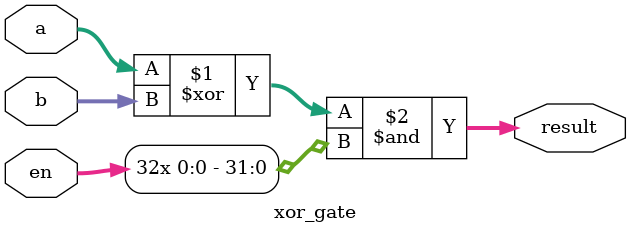
<source format=v>
module xor_gate(
    input [31:0]a,b,
    input en,
    output [31:0]result
);
    
       assign result = (a ^ b) & {32{en}};
   
endmodule
</source>
